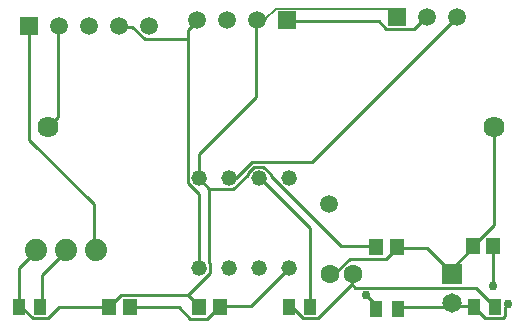
<source format=gbr>
G04 EAGLE Gerber RS-274X export*
G75*
%MOMM*%
%FSLAX34Y34*%
%LPD*%
%INTop Copper*%
%IPPOS*%
%AMOC8*
5,1,8,0,0,1.08239X$1,22.5*%
G01*
%ADD10C,1.879600*%
%ADD11C,1.320800*%
%ADD12R,1.508000X1.508000*%
%ADD13C,1.508000*%
%ADD14R,1.164600X1.465300*%
%ADD15C,1.651000*%
%ADD16R,1.651000X1.651000*%
%ADD17C,1.785000*%
%ADD18R,1.031200X1.420200*%
%ADD19C,1.600000*%
%ADD20C,0.254000*%
%ADD21C,0.152400*%
%ADD22C,0.756400*%
D10*
X43307Y784617D03*
X68707Y784617D03*
X94107Y784617D03*
D11*
X257556Y845820D03*
X232156Y845820D03*
X232156Y769620D03*
X257556Y769620D03*
X206756Y845820D03*
X181356Y845820D03*
X206756Y769620D03*
X181356Y769620D03*
D12*
X38100Y974090D03*
D13*
X63500Y974090D03*
X88900Y974090D03*
X114300Y974090D03*
X139700Y974090D03*
D12*
X256540Y979170D03*
D13*
X231140Y979170D03*
X205740Y979170D03*
X180340Y979170D03*
D14*
X199254Y736600D03*
X181746Y736600D03*
X430857Y787694D03*
X413349Y787694D03*
D15*
X396240Y739340D03*
D16*
X396240Y764340D03*
D14*
X331606Y787400D03*
X349114Y787400D03*
X123054Y736600D03*
X105546Y736600D03*
D17*
X431800Y889000D03*
X53600Y889000D03*
D13*
X374588Y982300D03*
D12*
X349188Y982300D03*
D13*
X399988Y982300D03*
X292038Y823550D03*
D18*
X28905Y736600D03*
X47295Y736600D03*
X414130Y736600D03*
X432520Y736600D03*
X257505Y736600D03*
X275895Y736600D03*
X350099Y734604D03*
X331709Y734604D03*
D19*
X292260Y764540D03*
X312260Y764540D03*
D20*
X350520Y736092D02*
X393192Y736092D01*
X394716Y737616D02*
X396240Y739140D01*
X394716Y737616D02*
X393192Y736092D01*
X350520Y736092D02*
X350099Y734604D01*
X396240Y739140D02*
X396240Y739340D01*
X394716Y737616D02*
X413004Y737616D01*
X414130Y736600D01*
X396240Y739340D02*
X394716Y737616D01*
X414130Y736600D02*
X414528Y736092D01*
X237744Y979932D02*
X231648Y979932D01*
D21*
X237744Y979932D02*
X246888Y989076D01*
X342900Y989076D01*
X348996Y982980D01*
D20*
X231648Y979932D02*
X231140Y979170D01*
X348996Y982980D02*
X349188Y982300D01*
X330708Y787908D02*
X301752Y787908D01*
X242316Y847344D01*
X190500Y836676D02*
X181356Y845820D01*
X330708Y787908D02*
X331606Y787400D01*
X62484Y897636D02*
X62484Y973836D01*
X62484Y897636D02*
X54864Y890016D01*
X62484Y973836D02*
X63500Y974090D01*
X54864Y890016D02*
X53600Y889000D01*
X115824Y746760D02*
X106680Y737616D01*
X115824Y746760D02*
X172212Y746760D01*
X181356Y737616D01*
X106680Y737616D02*
X105546Y736600D01*
X181356Y737616D02*
X181746Y736600D01*
X28956Y737616D02*
X28956Y769620D01*
X42672Y783336D01*
X28956Y737616D02*
X28905Y736600D01*
X42672Y783336D02*
X43307Y784617D01*
X105546Y736600D02*
X105156Y736092D01*
X172212Y746760D02*
X190754Y765302D01*
X230124Y914400D02*
X230124Y978408D01*
X230124Y914400D02*
X181356Y865632D01*
X181356Y845820D01*
X230124Y978408D02*
X231140Y979170D01*
D22*
X442982Y738541D03*
X430558Y754380D03*
D20*
X430857Y754679D01*
X430857Y787694D01*
X440470Y728342D02*
X438833Y726705D01*
X440470Y728342D02*
X440470Y736029D01*
X442982Y738541D01*
X423915Y726705D02*
X414528Y736092D01*
X423915Y726705D02*
X438833Y726705D01*
X202609Y836676D02*
X190500Y836676D01*
X202609Y836676D02*
X202863Y836422D01*
X210649Y836422D01*
X222758Y849713D02*
X228263Y855218D01*
X236049Y855218D01*
X222758Y849713D02*
X222758Y848531D01*
X210649Y836422D01*
X236049Y855218D02*
X242316Y848951D01*
X242316Y847344D01*
X53608Y726705D02*
X40982Y726705D01*
X31087Y736600D02*
X28905Y736600D01*
X31087Y736600D02*
X40982Y726705D01*
X53608Y726705D02*
X62995Y736092D01*
X105156Y736092D01*
X190500Y773767D02*
X190754Y773513D01*
X190500Y773767D02*
X190500Y836676D01*
X190754Y773513D02*
X190754Y765302D01*
X94107Y784617D02*
X92964Y784860D01*
X123444Y736092D02*
X164592Y736092D01*
X123444Y736092D02*
X123054Y736600D01*
X199644Y737616D02*
X225552Y737616D01*
X257556Y769620D01*
X199644Y737616D02*
X199254Y736600D01*
X257556Y978408D02*
X333756Y978408D01*
X257556Y978408D02*
X256540Y979170D01*
X373380Y981456D02*
X374588Y982300D01*
X374904Y786384D02*
X350520Y786384D01*
X393192Y768096D02*
X396240Y765048D01*
X393192Y768096D02*
X374904Y786384D01*
X350520Y786384D02*
X349114Y787400D01*
X396240Y765048D02*
X396240Y764340D01*
X394716Y768096D02*
X413004Y786384D01*
X394716Y768096D02*
X393192Y768096D01*
X413004Y786384D02*
X413349Y787694D01*
X393192Y768096D02*
X396240Y764340D01*
X431292Y888492D02*
X431800Y889000D01*
X297180Y765048D02*
X292608Y765048D01*
X297180Y765048D02*
X309372Y777240D01*
X339852Y777240D01*
X348996Y786384D01*
X292608Y765048D02*
X292260Y764540D01*
X348996Y786384D02*
X349114Y787400D01*
X413349Y787694D02*
X431292Y805637D01*
X431292Y888492D01*
X363890Y971966D02*
X373380Y981456D01*
X363890Y971966D02*
X340198Y971966D01*
X333756Y978408D01*
X199254Y736600D02*
X198847Y736600D01*
X188726Y726480D01*
X174205Y726480D01*
X164592Y736092D01*
X38100Y878118D02*
X38100Y974090D01*
X92964Y823254D02*
X92964Y784860D01*
X92964Y823254D02*
X38100Y878118D01*
X399288Y981456D02*
X399988Y982300D01*
X213118Y845820D02*
X206756Y845820D01*
X213118Y845820D02*
X226580Y859282D01*
X277114Y859282D01*
X399288Y981456D01*
X48768Y763524D02*
X48768Y737616D01*
X48768Y763524D02*
X68580Y783336D01*
X48768Y737616D02*
X47295Y736600D01*
X68580Y783336D02*
X68707Y784617D01*
X181356Y769620D02*
X181356Y832104D01*
X172212Y963168D02*
X172212Y970788D01*
X179832Y978408D01*
X180340Y979170D01*
X124968Y973836D02*
X114300Y973836D01*
X124968Y973836D02*
X135636Y963168D01*
X172212Y963168D01*
X114300Y973836D02*
X114300Y974090D01*
X172212Y963168D02*
X172212Y849967D01*
X171958Y849713D01*
X171958Y841502D01*
X181356Y832104D01*
X330708Y736092D02*
X331709Y734604D01*
D22*
X323088Y746280D03*
D20*
X330708Y738660D01*
X330708Y736092D01*
X310896Y755904D02*
X310896Y763524D01*
X257505Y736600D02*
X257556Y736092D01*
X310896Y763524D02*
X312260Y764540D01*
X416052Y752856D02*
X431292Y737616D01*
X416052Y752856D02*
X313944Y752856D01*
X310896Y755904D01*
X431292Y737616D02*
X432520Y736600D01*
X310896Y755904D02*
X283845Y728853D01*
X283845Y728342D01*
X282208Y726705D01*
X269582Y726705D01*
X260195Y736092D02*
X257556Y736092D01*
X260195Y736092D02*
X269582Y726705D01*
X275844Y737616D02*
X275844Y803148D01*
X233172Y845820D01*
X275844Y737616D02*
X275895Y736600D01*
X233172Y845820D02*
X232156Y845820D01*
M02*

</source>
